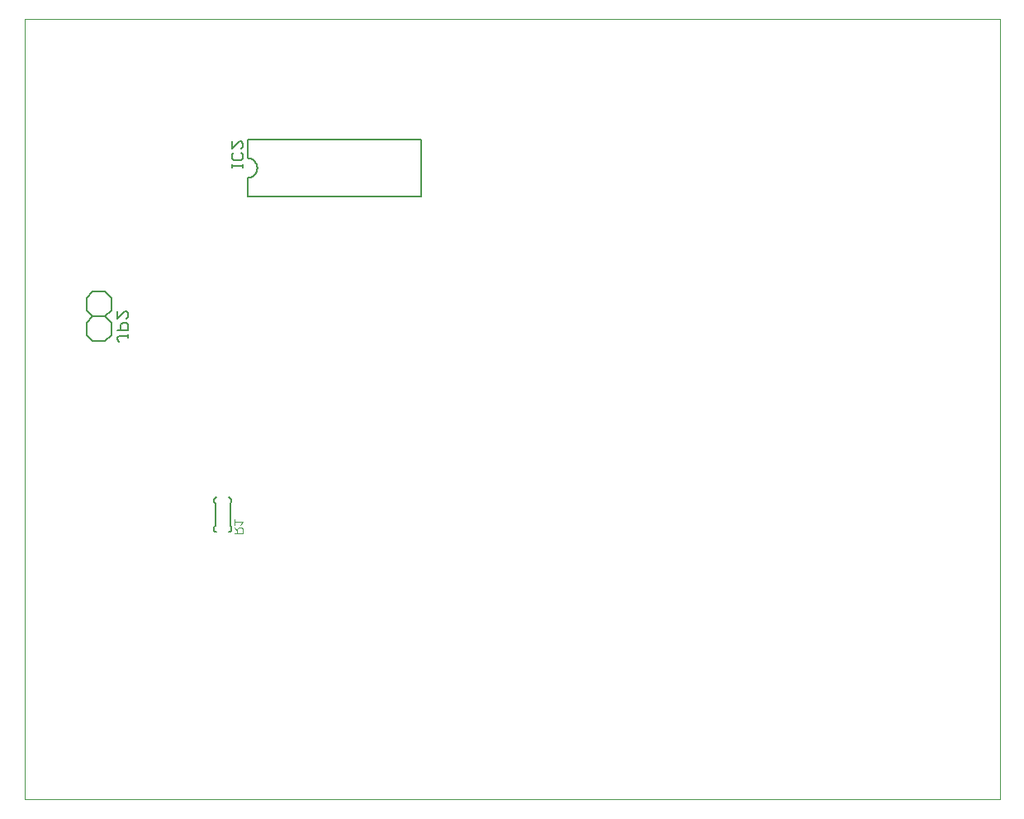
<source format=gbo>
G75*
%MOIN*%
%OFA0B0*%
%FSLAX25Y25*%
%IPPOS*%
%LPD*%
%AMOC8*
5,1,8,0,0,1.08239X$1,22.5*
%
%ADD10C,0.00000*%
%ADD11C,0.00600*%
%ADD12C,0.00500*%
%ADD13C,0.00400*%
D10*
X0001000Y0001000D02*
X0001000Y0315961D01*
X0394701Y0315961D01*
X0394701Y0001000D01*
X0001000Y0001000D01*
D11*
X0077500Y0110000D02*
X0077500Y0111000D01*
X0078000Y0111500D01*
X0078000Y0120500D01*
X0077500Y0121000D01*
X0077500Y0122000D01*
X0077502Y0122060D01*
X0077507Y0122121D01*
X0077516Y0122180D01*
X0077529Y0122239D01*
X0077545Y0122298D01*
X0077565Y0122355D01*
X0077588Y0122410D01*
X0077615Y0122465D01*
X0077644Y0122517D01*
X0077677Y0122568D01*
X0077713Y0122617D01*
X0077751Y0122663D01*
X0077793Y0122707D01*
X0077837Y0122749D01*
X0077883Y0122787D01*
X0077932Y0122823D01*
X0077983Y0122856D01*
X0078035Y0122885D01*
X0078090Y0122912D01*
X0078145Y0122935D01*
X0078202Y0122955D01*
X0078261Y0122971D01*
X0078320Y0122984D01*
X0078379Y0122993D01*
X0078440Y0122998D01*
X0078500Y0123000D01*
X0083500Y0123000D02*
X0083560Y0122998D01*
X0083621Y0122993D01*
X0083680Y0122984D01*
X0083739Y0122971D01*
X0083798Y0122955D01*
X0083855Y0122935D01*
X0083910Y0122912D01*
X0083965Y0122885D01*
X0084017Y0122856D01*
X0084068Y0122823D01*
X0084117Y0122787D01*
X0084163Y0122749D01*
X0084207Y0122707D01*
X0084249Y0122663D01*
X0084287Y0122617D01*
X0084323Y0122568D01*
X0084356Y0122517D01*
X0084385Y0122465D01*
X0084412Y0122410D01*
X0084435Y0122355D01*
X0084455Y0122298D01*
X0084471Y0122239D01*
X0084484Y0122180D01*
X0084493Y0122121D01*
X0084498Y0122060D01*
X0084500Y0122000D01*
X0084500Y0121000D01*
X0084000Y0120500D01*
X0084000Y0111500D01*
X0084500Y0111000D01*
X0084500Y0110000D01*
X0084498Y0109940D01*
X0084493Y0109879D01*
X0084484Y0109820D01*
X0084471Y0109761D01*
X0084455Y0109702D01*
X0084435Y0109645D01*
X0084412Y0109590D01*
X0084385Y0109535D01*
X0084356Y0109483D01*
X0084323Y0109432D01*
X0084287Y0109383D01*
X0084249Y0109337D01*
X0084207Y0109293D01*
X0084163Y0109251D01*
X0084117Y0109213D01*
X0084068Y0109177D01*
X0084017Y0109144D01*
X0083965Y0109115D01*
X0083910Y0109088D01*
X0083855Y0109065D01*
X0083798Y0109045D01*
X0083739Y0109029D01*
X0083680Y0109016D01*
X0083621Y0109007D01*
X0083560Y0109002D01*
X0083500Y0109000D01*
X0078500Y0109000D02*
X0078440Y0109002D01*
X0078379Y0109007D01*
X0078320Y0109016D01*
X0078261Y0109029D01*
X0078202Y0109045D01*
X0078145Y0109065D01*
X0078090Y0109088D01*
X0078035Y0109115D01*
X0077983Y0109144D01*
X0077932Y0109177D01*
X0077883Y0109213D01*
X0077837Y0109251D01*
X0077793Y0109293D01*
X0077751Y0109337D01*
X0077713Y0109383D01*
X0077677Y0109432D01*
X0077644Y0109483D01*
X0077615Y0109535D01*
X0077588Y0109590D01*
X0077565Y0109645D01*
X0077545Y0109702D01*
X0077529Y0109761D01*
X0077516Y0109820D01*
X0077507Y0109879D01*
X0077502Y0109940D01*
X0077500Y0110000D01*
X0033500Y0186000D02*
X0028500Y0186000D01*
X0026000Y0188500D01*
X0026000Y0193500D01*
X0028500Y0196000D01*
X0026000Y0198500D01*
X0026000Y0203500D01*
X0028500Y0206000D01*
X0033500Y0206000D01*
X0036000Y0203500D01*
X0036000Y0198500D01*
X0033500Y0196000D01*
X0028500Y0196000D01*
X0033500Y0196000D02*
X0036000Y0193500D01*
X0036000Y0188500D01*
X0033500Y0186000D01*
X0091000Y0244500D02*
X0091000Y0252000D01*
X0091126Y0252002D01*
X0091251Y0252008D01*
X0091376Y0252018D01*
X0091501Y0252032D01*
X0091626Y0252049D01*
X0091750Y0252071D01*
X0091873Y0252096D01*
X0091995Y0252126D01*
X0092116Y0252159D01*
X0092236Y0252196D01*
X0092355Y0252236D01*
X0092472Y0252281D01*
X0092589Y0252329D01*
X0092703Y0252381D01*
X0092816Y0252436D01*
X0092927Y0252495D01*
X0093036Y0252557D01*
X0093143Y0252623D01*
X0093248Y0252692D01*
X0093351Y0252764D01*
X0093452Y0252839D01*
X0093550Y0252918D01*
X0093645Y0253000D01*
X0093738Y0253084D01*
X0093828Y0253172D01*
X0093916Y0253262D01*
X0094000Y0253355D01*
X0094082Y0253450D01*
X0094161Y0253548D01*
X0094236Y0253649D01*
X0094308Y0253752D01*
X0094377Y0253857D01*
X0094443Y0253964D01*
X0094505Y0254073D01*
X0094564Y0254184D01*
X0094619Y0254297D01*
X0094671Y0254411D01*
X0094719Y0254528D01*
X0094764Y0254645D01*
X0094804Y0254764D01*
X0094841Y0254884D01*
X0094874Y0255005D01*
X0094904Y0255127D01*
X0094929Y0255250D01*
X0094951Y0255374D01*
X0094968Y0255499D01*
X0094982Y0255624D01*
X0094992Y0255749D01*
X0094998Y0255874D01*
X0095000Y0256000D01*
X0094998Y0256126D01*
X0094992Y0256251D01*
X0094982Y0256376D01*
X0094968Y0256501D01*
X0094951Y0256626D01*
X0094929Y0256750D01*
X0094904Y0256873D01*
X0094874Y0256995D01*
X0094841Y0257116D01*
X0094804Y0257236D01*
X0094764Y0257355D01*
X0094719Y0257472D01*
X0094671Y0257589D01*
X0094619Y0257703D01*
X0094564Y0257816D01*
X0094505Y0257927D01*
X0094443Y0258036D01*
X0094377Y0258143D01*
X0094308Y0258248D01*
X0094236Y0258351D01*
X0094161Y0258452D01*
X0094082Y0258550D01*
X0094000Y0258645D01*
X0093916Y0258738D01*
X0093828Y0258828D01*
X0093738Y0258916D01*
X0093645Y0259000D01*
X0093550Y0259082D01*
X0093452Y0259161D01*
X0093351Y0259236D01*
X0093248Y0259308D01*
X0093143Y0259377D01*
X0093036Y0259443D01*
X0092927Y0259505D01*
X0092816Y0259564D01*
X0092703Y0259619D01*
X0092589Y0259671D01*
X0092472Y0259719D01*
X0092355Y0259764D01*
X0092236Y0259804D01*
X0092116Y0259841D01*
X0091995Y0259874D01*
X0091873Y0259904D01*
X0091750Y0259929D01*
X0091626Y0259951D01*
X0091501Y0259968D01*
X0091376Y0259982D01*
X0091251Y0259992D01*
X0091126Y0259998D01*
X0091000Y0260000D01*
X0091000Y0267500D01*
X0161000Y0267500D01*
X0161000Y0244500D01*
X0091000Y0244500D01*
D12*
X0089254Y0255973D02*
X0089254Y0257474D01*
X0089254Y0256723D02*
X0084750Y0256723D01*
X0084750Y0255973D02*
X0084750Y0257474D01*
X0085501Y0259042D02*
X0084750Y0259793D01*
X0084750Y0261294D01*
X0085501Y0262045D01*
X0084750Y0263646D02*
X0087753Y0266649D01*
X0088503Y0266649D01*
X0089254Y0265898D01*
X0089254Y0264397D01*
X0088503Y0263646D01*
X0088503Y0262045D02*
X0089254Y0261294D01*
X0089254Y0259793D01*
X0088503Y0259042D01*
X0085501Y0259042D01*
X0084750Y0263646D02*
X0084750Y0266649D01*
X0042203Y0198160D02*
X0042954Y0197410D01*
X0042954Y0195908D01*
X0042203Y0195158D01*
X0042203Y0193556D02*
X0040702Y0193556D01*
X0039951Y0192806D01*
X0039951Y0190554D01*
X0038450Y0190554D02*
X0042954Y0190554D01*
X0042954Y0192806D01*
X0042203Y0193556D01*
X0038450Y0195158D02*
X0038450Y0198160D01*
X0038450Y0195158D02*
X0041453Y0198160D01*
X0042203Y0198160D01*
X0042954Y0188953D02*
X0042954Y0187451D01*
X0042954Y0188202D02*
X0039201Y0188202D01*
X0038450Y0187451D01*
X0038450Y0186701D01*
X0039201Y0185950D01*
D13*
X0085800Y0114226D02*
X0085800Y0111891D01*
X0085800Y0113059D02*
X0089303Y0113059D01*
X0088135Y0111891D01*
X0087551Y0110635D02*
X0086968Y0110051D01*
X0086968Y0108300D01*
X0086968Y0109468D02*
X0085800Y0110635D01*
X0087551Y0110635D02*
X0088719Y0110635D01*
X0089303Y0110051D01*
X0089303Y0108300D01*
X0085800Y0108300D01*
M02*

</source>
